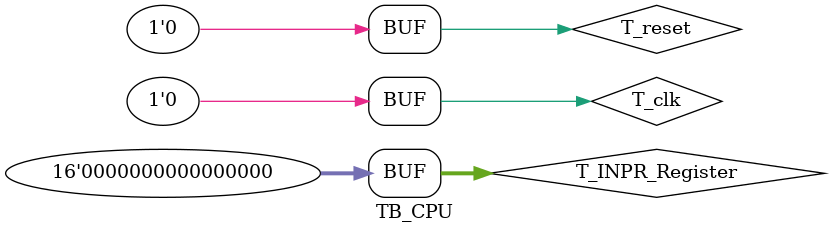
<source format=v>
`timescale 100ps/10ps

module TB_CPU();

	reg				T_reset;
	reg				T_clk;
	reg		[15:0]	T_INPR_Register;
	wire	[15:0]	T_OUTR_Register;
	
	CPU	DUT (
		.reset			(T_reset),
		.clk			(T_clk),
		.INPR_Register	(T_INPR_Register),
		.OUTR_Register	(T_OUTR_Register));
		
	always
	begin
		T_clk = 1'b1;
		#1;
		T_clk = 1'b0;
		#1;
	end
		
	initial
	begin
		T_INPR_Register = 16'd0;
		T_reset = 1'b1;
		#2.2;
		T_reset = 1'b0;
		#25.8;
	end
endmodule

// run 2.8ns = 2800ps

</source>
